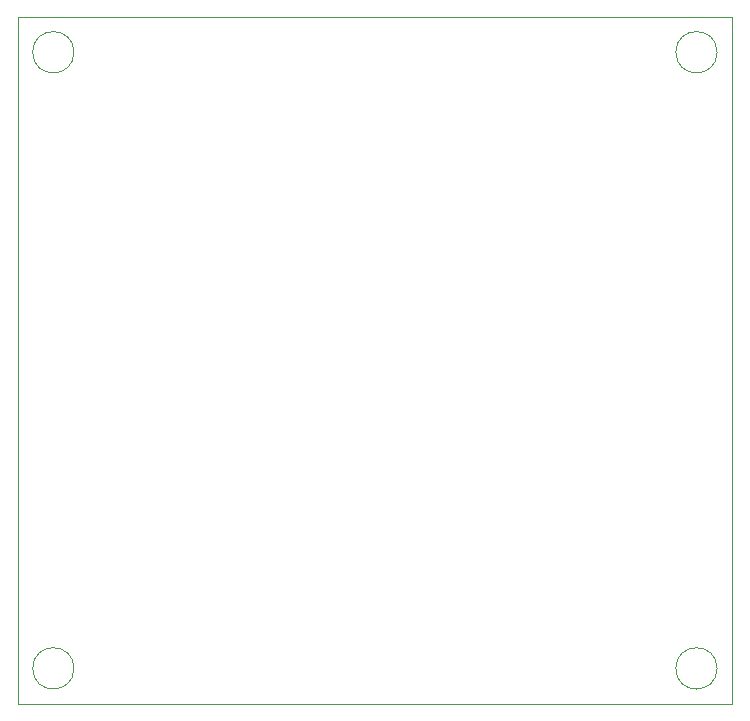
<source format=gbr>
%TF.GenerationSoftware,KiCad,Pcbnew,7.0.10*%
%TF.CreationDate,2024-06-28T17:48:14-04:00*%
%TF.ProjectId,LaserTank,4c617365-7254-4616-9e6b-2e6b69636164,rev?*%
%TF.SameCoordinates,Original*%
%TF.FileFunction,Profile,NP*%
%FSLAX46Y46*%
G04 Gerber Fmt 4.6, Leading zero omitted, Abs format (unit mm)*
G04 Created by KiCad (PCBNEW 7.0.10) date 2024-06-28 17:48:14*
%MOMM*%
%LPD*%
G01*
G04 APERTURE LIST*
%TA.AperFunction,Profile*%
%ADD10C,0.005000*%
%TD*%
G04 APERTURE END LIST*
D10*
X161564000Y-131239000D02*
G75*
G03*
X158064000Y-131239000I-1750000J0D01*
G01*
X158064000Y-131239000D02*
G75*
G03*
X161564000Y-131239000I1750000J0D01*
G01*
X107112000Y-131239000D02*
G75*
G03*
X103612000Y-131239000I-1750000J0D01*
G01*
X103612000Y-131239000D02*
G75*
G03*
X107112000Y-131239000I1750000J0D01*
G01*
X161564000Y-79073000D02*
G75*
G03*
X158064000Y-79073000I-1750000J0D01*
G01*
X158064000Y-79073000D02*
G75*
G03*
X161564000Y-79073000I1750000J0D01*
G01*
X107112000Y-79073000D02*
G75*
G03*
X103612000Y-79073000I-1750000J0D01*
G01*
X103612000Y-79073000D02*
G75*
G03*
X107112000Y-79073000I1750000J0D01*
G01*
X102362000Y-76073000D02*
X162814000Y-76073000D01*
X162814000Y-134239000D01*
X102362000Y-134239000D01*
X102362000Y-76073000D01*
M02*

</source>
